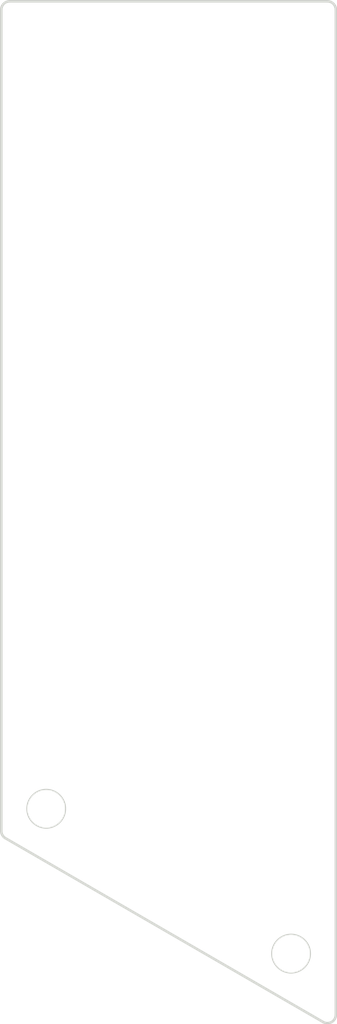
<source format=kicad_pcb>

            
(kicad_pcb (version 20171130) (host pcbnew 5.1.6)

  (page A3)
  (title_block
    (title controller_overlay)
    (rev 0.1)
    (company ceoloide)
  )

  (general
    (thickness 1.6)
  )

  (layers
    (0 F.Cu signal)
    (31 B.Cu signal)
    (32 B.Adhes user)
    (33 F.Adhes user)
    (34 B.Paste user)
    (35 F.Paste user)
    (36 B.SilkS user)
    (37 F.SilkS user)
    (38 B.Mask user)
    (39 F.Mask user)
    (40 Dwgs.User user)
    (41 Cmts.User user)
    (42 Eco1.User user)
    (43 Eco2.User user)
    (44 Edge.Cuts user)
    (45 Margin user)
    (46 B.CrtYd user)
    (47 F.CrtYd user)
    (48 B.Fab user)
    (49 F.Fab user)
  )

  (setup
    (last_trace_width 0.25)
    (trace_clearance 0.2)
    (zone_clearance 0.508)
    (zone_45_only no)
    (trace_min 0.2)
    (via_size 0.8)
    (via_drill 0.4)
    (via_min_size 0.4)
    (via_min_drill 0.3)
    (uvia_size 0.3)
    (uvia_drill 0.1)
    (uvias_allowed no)
    (uvia_min_size 0.2)
    (uvia_min_drill 0.1)
    (edge_width 0.05)
    (segment_width 0.2)
    (pcb_text_width 0.3)
    (pcb_text_size 1.5 1.5)
    (mod_edge_width 0.12)
    (mod_text_size 1 1)
    (mod_text_width 0.15)
    (pad_size 1.524 1.524)
    (pad_drill 0.762)
    (pad_to_mask_clearance 0.05)
    (aux_axis_origin 0 0)
    (visible_elements FFFFFF7F)
    (pcbplotparams
      (layerselection 0x010fc_ffffffff)
      (usegerberextensions false)
      (usegerberattributes true)
      (usegerberadvancedattributes true)
      (creategerberjobfile true)
      (excludeedgelayer true)
      (linewidth 0.100000)
      (plotframeref false)
      (viasonmask false)
      (mode 1)
      (useauxorigin false)
      (hpglpennumber 1)
      (hpglpenspeed 20)
      (hpglpendiameter 15.000000)
      (psnegative false)
      (psa4output false)
      (plotreference true)
      (plotvalue true)
      (plotinvisibletext false)
      (padsonsilk false)
      (subtractmaskfromsilk false)
      (outputformat 1)
      (mirror false)
      (drillshape 1)
      (scaleselection 1)
      (outputdirectory ""))
  )

            (net 0 "")
            
  (net_class Default "This is the default net class."
    (clearance 0.2)
    (trace_width 0.25)
    (via_dia 0.8)
    (via_drill 0.4)
    (uvia_dia 0.3)
    (uvia_drill 0.1)
    (add_net "")
  )

            
  (module "Screw_Hole" (layer F.Cu) (tedit 5F1B9159)
      (at 207.762 100.476 0)
      (fp_text reference "H1" (at 0 2.55) (layer F.SilkS) hide (effects (font (size 1 1) (thickness 0.15))))
      (pad "" np_thru_hole circle (at 0 0) (size 2.2 2.2) (drill 2.2) (layers *.Cu *.Mask))
  )
  

  (module "Screw_Hole" (layer F.Cu) (tedit 5F1B9159)
      (at 222.194 108.995 0)
      (fp_text reference "H2" (at 0 2.55) (layer F.SilkS) hide (effects (font (size 1 1) (thickness 0.15))))
      (pad "" np_thru_hole circle (at 0 0) (size 2.2 2.2) (drill 2.2) (layers *.Cu *.Mask))
  )
  
            (gr_line (start 205.113 101.77697755907997) (end 205.113 53.49) (angle 90) (layer Edge.Cuts) (width 0.15))
(gr_line (start 205.613 52.99) (end 224.333 52.99) (angle 90) (layer Edge.Cuts) (width 0.15))
(gr_line (start 224.833 53.49) (end 224.833 112.58497459811554) (angle 90) (layer Edge.Cuts) (width 0.15))
(gr_line (start 224.08299999999997 113.01798729811554) (end 205.36299999999997 102.20999025907994) (angle 90) (layer Edge.Cuts) (width 0.15))
(gr_arc (start 205.613 53.49) (end 205.613 52.99) (angle -90) (layer Edge.Cuts) (width 0.15))
(gr_arc (start 224.333 53.49) (end 224.833 53.49) (angle -90) (layer Edge.Cuts) (width 0.15))
(gr_arc (start 224.333 112.58497459811554) (end 224.083 113.01798729811554) (angle -120.00000010841867) (layer Edge.Cuts) (width 0.15))
(gr_arc (start 205.613 101.77697755907997) (end 205.113 101.77697755907997) (angle -59.999999891579705) (layer Edge.Cuts) (width 0.15))
(gr_circle (center 207.762 100.476) (end 208.862 100.476) (layer Edge.Cuts) (width 0.15))
(gr_circle (center 222.194 108.995) (end 223.29399999999998 108.995) (layer Edge.Cuts) (width 0.15))
            
)

        
</source>
